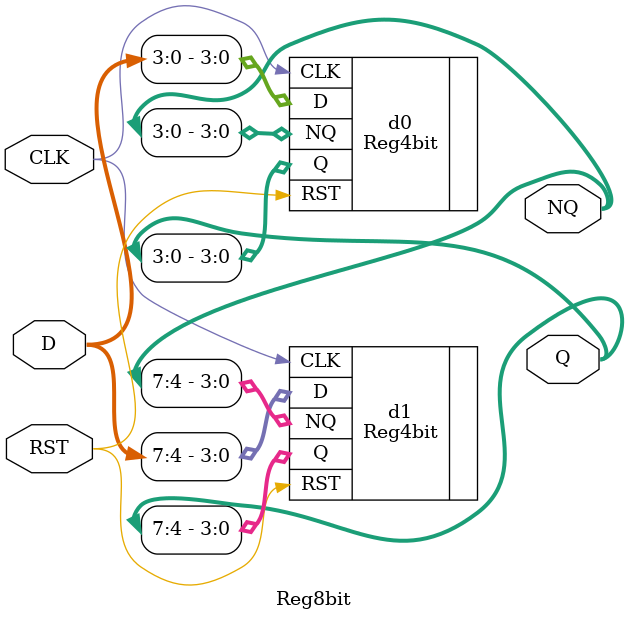
<source format=v>
`include "Reg4bit.v"

module Reg8bit(
  input wire [7:0] D,
  input wire RST, CLK,
  output wire [7:0] Q, NQ
);
  Reg4bit d0(
    .D (D[3:0]),
    .RST (RST),
    .CLK (CLK),
    .Q (Q[3:0]),
    .NQ (NQ[3:0])
  );
  Reg4bit d1(
    .D (D[7:4]),
    .RST (RST),
    .CLK (CLK),
    .Q (Q[7:4]),
    .NQ (NQ[7:4])
  );
  
endmodule
</source>
